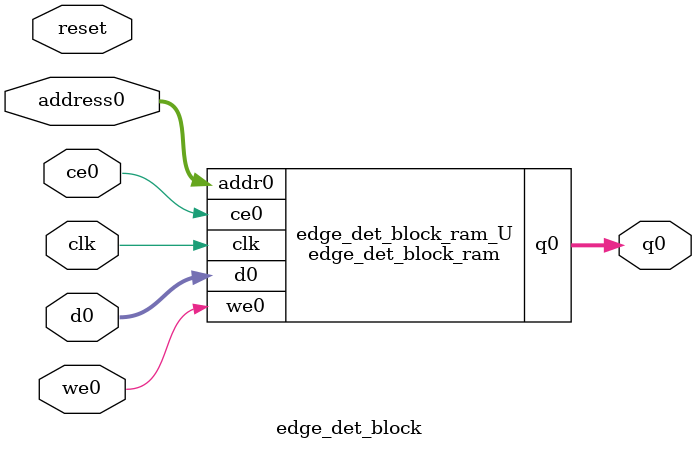
<source format=v>

`timescale 1 ns / 1 ps
module edge_det_block_ram (addr0, ce0, d0, we0, q0,  clk);

parameter DWIDTH = 32;
parameter AWIDTH = 4;
parameter MEM_SIZE = 9;

input[AWIDTH-1:0] addr0;
input ce0;
input[DWIDTH-1:0] d0;
input we0;
output reg[DWIDTH-1:0] q0;
input clk;

(* ram_style = "distributed" *)reg [DWIDTH-1:0] ram[0:MEM_SIZE-1];




always @(posedge clk)  
begin 
    if (ce0) 
    begin
        if (we0) 
        begin 
            ram[addr0] <= d0; 
            q0 <= d0;
        end 
        else 
            q0 <= ram[addr0];
    end
end


endmodule


`timescale 1 ns / 1 ps
module edge_det_block(
    reset,
    clk,
    address0,
    ce0,
    we0,
    d0,
    q0);

parameter DataWidth = 32'd32;
parameter AddressRange = 32'd9;
parameter AddressWidth = 32'd4;
input reset;
input clk;
input[AddressWidth - 1:0] address0;
input ce0;
input we0;
input[DataWidth - 1:0] d0;
output[DataWidth - 1:0] q0;



edge_det_block_ram edge_det_block_ram_U(
    .clk( clk ),
    .addr0( address0 ),
    .ce0( ce0 ),
    .d0( d0 ),
    .we0( we0 ),
    .q0( q0 ));

endmodule


</source>
